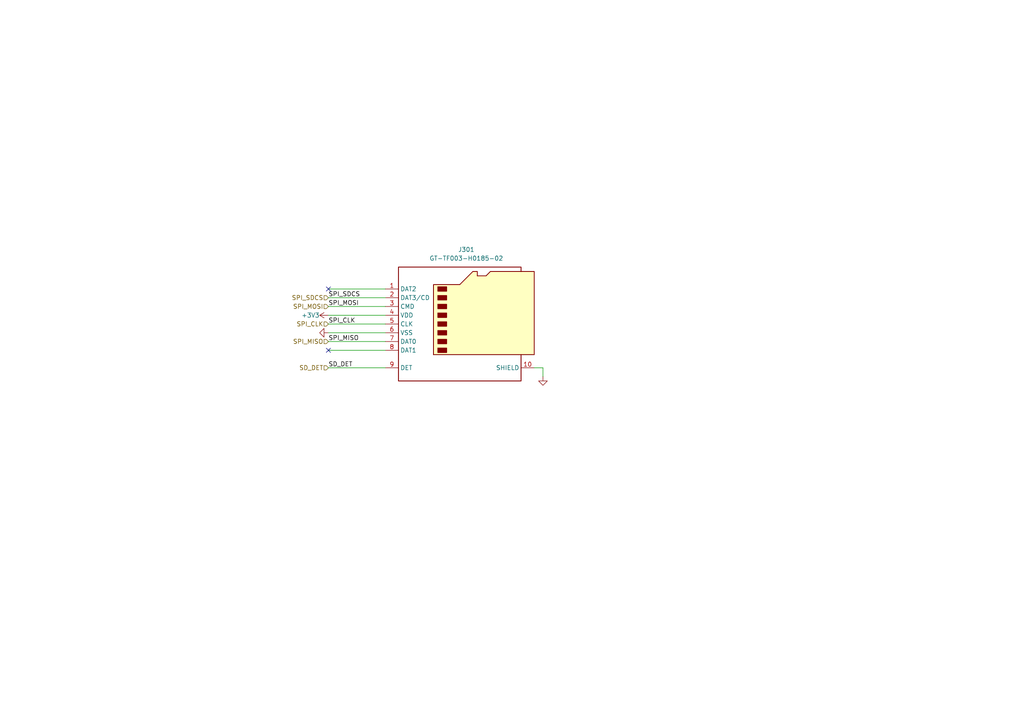
<source format=kicad_sch>
(kicad_sch (version 20230121) (generator eeschema)
  (paper "A4")
  (lib_symbols
    (symbol "Connector:Micro_SD_Card_Det1"
      (property "Reference" "J" (at -16.51 17.78 0))
      (property "Value" "Micro_SD_Card_Det1" (at 16.51 17.78 0))
      (symbol "Micro_SD_Card_Det1_0_1"
        (rectangle (start -7.62 -6.985) (end -5.08 -8.255) (stroke (width 0.254)) (fill (type outline)))
        (rectangle (start -7.62 -4.445) (end -5.08 -5.715) (stroke (width 0.254)) (fill (type outline)))
        (rectangle (start -7.62 -1.905) (end -5.08 -3.175) (stroke (width 0.254)) (fill (type outline)))
        (rectangle (start -7.62 0.635) (end -5.08 -0.635) (stroke (width 0.254)) (fill (type outline)))
        (rectangle (start -7.62 3.175) (end -5.08 1.905) (stroke (width 0.254)) (fill (type outline)))
        (rectangle (start -7.62 5.715) (end -5.08 4.445) (stroke (width 0.254)) (fill (type outline)))
        (rectangle (start -7.62 8.255) (end -5.08 6.985) (stroke (width 0.254)) (fill (type outline)))
        (rectangle (start -7.62 10.795) (end -5.08 9.525) (stroke (width 0.254)) (fill (type outline)))
        (polyline (pts (xy 16.51 15.24) (xy 16.51 16.51) (xy -19.05 16.51) (xy -19.05 -16.51) (xy 16.51 -16.51) (xy 16.51 -8.89)) (stroke (width 0.254)))
        (polyline (pts (xy -8.89 -8.89) (xy -8.89 11.43) (xy -1.27 11.43) (xy 2.54 15.24) (xy 3.81 15.24) (xy 3.81 13.97) (xy 6.35 13.97) (xy 7.62 15.24) (xy 20.32 15.24) (xy 20.32 -8.89) (xy -8.89 -8.89)) (stroke (width 0.254)) (fill (type background)))
      )
      (symbol "Micro_SD_Card_Det1_1_1"
        (pin bidirectional line (at -22.86 10.16 0) (length 3.81) (name "DAT2") (number "1"))
        (pin passive line (at 20.32 -12.7 180) (length 3.81) (name "SHIELD") (number "10"))
        (pin bidirectional line (at -22.86 7.62 0) (length 3.81) (name "DAT3/CD") (number "2"))
        (pin input line (at -22.86 5.08 0) (length 3.81) (name "CMD") (number "3"))
        (pin power_in line (at -22.86 2.54 0) (length 3.81) (name "VDD") (number "4"))
        (pin input line (at -22.86 0 0) (length 3.81) (name "CLK") (number "5"))
        (pin power_in line (at -22.86 -2.54 0) (length 3.81) (name "VSS") (number "6"))
        (pin bidirectional line (at -22.86 -5.08 0) (length 3.81) (name "DAT0") (number "7"))
        (pin bidirectional line (at -22.86 -7.62 0) (length 3.81) (name "DAT1") (number "8"))
        (pin passive line (at -22.86 -12.7 0) (length 3.81) (name "DET") (number "9"))
      )
    )
    (symbol "power:+3V3" (power) (pin_names (offset 0))
      (property "Value" "+3V3" (at 0 3.556 0))
      (symbol "+3V3_0_1"
        (polyline (pts (xy -0.762 1.27) (xy 0 2.54)))
        (polyline (pts (xy 0 0) (xy 0 2.54)))
        (polyline (pts (xy 0 2.54) (xy 0.762 1.27)))
      )
      (symbol "+3V3_1_1"
        (pin power_in line (at 0 0 90) (length 0) hide (name "+3V3") (number "1"))
      )
    )
    (symbol "power:GND" (power) (pin_names (offset 0))
      (property "Value" "GND" (at 0 -3.81 0))
      (symbol "GND_0_1"
        (polyline (pts (xy 0 0) (xy 0 -1.27) (xy 1.27 -1.27) (xy 0 -2.54) (xy -1.27 -1.27) (xy 0 -1.27)))
      )
      (symbol "GND_1_1"
        (pin power_in line (at 0 0 270) (length 0) hide (name "GND") (number "1"))
      )
    )
  )
  (no_connect (at 95.25 83.82))
  (no_connect (at 95.25 101.6))
  (wire (pts (xy 95.25 93.98) (xy 111.76 93.98)))
  (wire (pts (xy 95.25 106.68) (xy 111.76 106.68)))
  (wire (pts (xy 95.25 101.6) (xy 111.76 101.6)))
  (wire (pts (xy 95.25 96.52) (xy 111.76 96.52)))
  (wire (pts (xy 95.25 91.44) (xy 111.76 91.44)))
  (wire (pts (xy 154.94 106.68) (xy 157.48 106.68)))
  (wire (pts (xy 95.25 83.82) (xy 111.76 83.82)))
  (wire (pts (xy 157.48 109.22) (xy 157.48 106.68)))
  (wire (pts (xy 95.25 99.06) (xy 111.76 99.06)))
  (wire (pts (xy 95.25 86.36) (xy 111.76 86.36)))
  (wire (pts (xy 95.25 88.9) (xy 111.76 88.9)))
  (label "SPI_MISO" (at 95.25 99.06 0))
  (label "SPI_MOSI" (at 95.25 88.9 0))
  (label "SD_DET" (at 95.25 106.68 0))
  (label "SPI_CLK" (at 95.25 93.98 0))
  (label "SPI_SDCS" (at 95.25 86.36 0))
  (hierarchical_label "SPI_SDCS" (shape input) (at 95.25 86.36 180))
  (hierarchical_label "SPI_MOSI" (shape input) (at 95.25 88.9 180))
  (hierarchical_label "SPI_MISO" (shape input) (at 95.25 99.06 180))
  (hierarchical_label "SD_DET" (shape input) (at 95.25 106.68 180))
  (hierarchical_label "SPI_CLK" (shape input) (at 95.25 93.98 180))
  (symbol (lib_id "power:GND") (at 95.25 96.52 270) (unit 1)
    (property "Reference" "#PWR0302" (effects hide))
    (property "Value" "GND" (effects hide))
  )
  (symbol (lib_id "Connector:Micro_SD_Card_Det1") (at 134.62 93.98 0) (unit 1)
    (property "Reference" "J301" (at 135.255 72.39 0))
    (property "Value" "GT-TF003-H0185-02" (at 135.255 74.93 0))
    (property "Footprint" "Connector_Card:microSD_HC_Molex_104031-0811" (effects hide))
    (property "Datasheet" "https://datasheet.lcsc.com/lcsc/2110151630_XKB-Connectivity-XKTF-015-N_C381082.pdf" (effects hide))
    (property "LCSC" "C5155564" (effects hide))
  )
  (symbol (lib_id "power:+3V3") (at 95.25 91.44 90) (unit 1)
    (property "Reference" "#PWR0301" (effects hide))
    (property "Value" "+3V3" (at 92.71 91.44 90) (effects (justify left)))
  )
  (symbol (lib_id "power:GND") (at 157.48 109.22 0) (unit 1)
    (property "Reference" "#PWR0303" (effects hide))
    (property "Value" "GND" (effects hide))
  )
)
</source>
